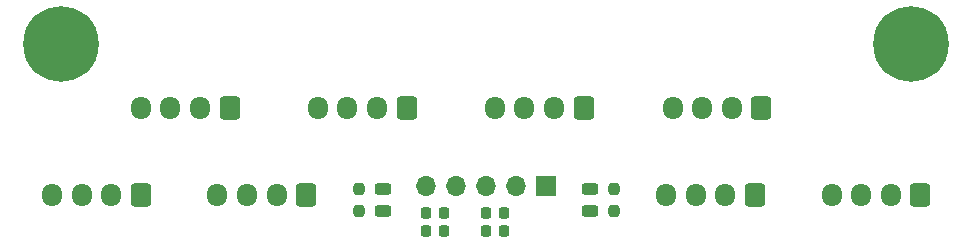
<source format=gbr>
%TF.GenerationSoftware,KiCad,Pcbnew,8.0.2*%
%TF.CreationDate,2024-05-30T14:14:33+02:00*%
%TF.ProjectId,Sensors_expansion_board,53656e73-6f72-4735-9f65-7870616e7369,1.0*%
%TF.SameCoordinates,Original*%
%TF.FileFunction,Soldermask,Top*%
%TF.FilePolarity,Negative*%
%FSLAX46Y46*%
G04 Gerber Fmt 4.6, Leading zero omitted, Abs format (unit mm)*
G04 Created by KiCad (PCBNEW 8.0.2) date 2024-05-30 14:14:33*
%MOMM*%
%LPD*%
G01*
G04 APERTURE LIST*
G04 Aperture macros list*
%AMRoundRect*
0 Rectangle with rounded corners*
0 $1 Rounding radius*
0 $2 $3 $4 $5 $6 $7 $8 $9 X,Y pos of 4 corners*
0 Add a 4 corners polygon primitive as box body*
4,1,4,$2,$3,$4,$5,$6,$7,$8,$9,$2,$3,0*
0 Add four circle primitives for the rounded corners*
1,1,$1+$1,$2,$3*
1,1,$1+$1,$4,$5*
1,1,$1+$1,$6,$7*
1,1,$1+$1,$8,$9*
0 Add four rect primitives between the rounded corners*
20,1,$1+$1,$2,$3,$4,$5,0*
20,1,$1+$1,$4,$5,$6,$7,0*
20,1,$1+$1,$6,$7,$8,$9,0*
20,1,$1+$1,$8,$9,$2,$3,0*%
G04 Aperture macros list end*
%ADD10RoundRect,0.250000X0.600000X0.725000X-0.600000X0.725000X-0.600000X-0.725000X0.600000X-0.725000X0*%
%ADD11O,1.700000X1.950000*%
%ADD12C,0.800000*%
%ADD13C,6.400000*%
%ADD14RoundRect,0.243750X0.456250X-0.243750X0.456250X0.243750X-0.456250X0.243750X-0.456250X-0.243750X0*%
%ADD15RoundRect,0.225000X-0.225000X-0.250000X0.225000X-0.250000X0.225000X0.250000X-0.225000X0.250000X0*%
%ADD16RoundRect,0.237500X-0.237500X0.250000X-0.237500X-0.250000X0.237500X-0.250000X0.237500X0.250000X0*%
%ADD17R,1.700000X1.700000*%
%ADD18O,1.700000X1.700000*%
G04 APERTURE END LIST*
D10*
%TO.C,J6*%
X203196800Y-93450000D03*
D11*
X200696800Y-93450000D03*
X198196800Y-93450000D03*
X195696800Y-93450000D03*
%TD*%
D10*
%TO.C,J7*%
X217700000Y-100833000D03*
D11*
X215200000Y-100833000D03*
X212700000Y-100833000D03*
X210200000Y-100833000D03*
%TD*%
D10*
%TO.C,J9*%
X231700000Y-100833000D03*
D11*
X229200000Y-100833000D03*
X226700000Y-100833000D03*
X224200000Y-100833000D03*
%TD*%
D10*
%TO.C,J8*%
X218233600Y-93450000D03*
D11*
X215733600Y-93450000D03*
X213233600Y-93450000D03*
X210733600Y-93450000D03*
%TD*%
D12*
%TO.C,H2*%
X228550000Y-87975000D03*
X229252944Y-86277944D03*
X229252944Y-89672056D03*
X230950000Y-85575000D03*
D13*
X230950000Y-87975000D03*
D12*
X230950000Y-90375000D03*
X232647056Y-86277944D03*
X232647056Y-89672056D03*
X233350000Y-87975000D03*
%TD*%
D14*
%TO.C,D2*%
X186246000Y-102120500D03*
X186246000Y-100245500D03*
%TD*%
D15*
%TO.C,C9*%
X194907000Y-102286000D03*
X196457000Y-102286000D03*
%TD*%
D10*
%TO.C,J1*%
X173224800Y-93461400D03*
D11*
X170724800Y-93461400D03*
X168224800Y-93461400D03*
X165724800Y-93461400D03*
%TD*%
D14*
%TO.C,D1*%
X203772000Y-102120500D03*
X203772000Y-100245500D03*
%TD*%
D15*
%TO.C,C10*%
X194907000Y-103810000D03*
X196457000Y-103810000D03*
%TD*%
D10*
%TO.C,J2*%
X165700000Y-100833000D03*
D11*
X163200000Y-100833000D03*
X160700000Y-100833000D03*
X158200000Y-100833000D03*
%TD*%
D16*
%TO.C,R2*%
X184214000Y-100290500D03*
X184214000Y-102115500D03*
%TD*%
D15*
%TO.C,C6*%
X189827000Y-102286000D03*
X191377000Y-102286000D03*
%TD*%
D10*
%TO.C,J4*%
X188210800Y-93450000D03*
D11*
X185710800Y-93450000D03*
X183210800Y-93450000D03*
X180710800Y-93450000D03*
%TD*%
D10*
%TO.C,J5*%
X179700000Y-100833000D03*
D11*
X177200000Y-100833000D03*
X174700000Y-100833000D03*
X172200000Y-100833000D03*
%TD*%
D12*
%TO.C,H1*%
X156550000Y-87975000D03*
X157252944Y-86277944D03*
X157252944Y-89672056D03*
X158950000Y-85575000D03*
D13*
X158950000Y-87975000D03*
D12*
X158950000Y-90375000D03*
X160647056Y-86277944D03*
X160647056Y-89672056D03*
X161350000Y-87975000D03*
%TD*%
D15*
%TO.C,C8*%
X189827000Y-103810000D03*
X191377000Y-103810000D03*
%TD*%
D16*
%TO.C,R1*%
X205804000Y-100290500D03*
X205804000Y-102115500D03*
%TD*%
D17*
%TO.C,J3*%
X200000000Y-100000000D03*
D18*
X197460000Y-100000000D03*
X194920000Y-100000000D03*
X192380000Y-100000000D03*
X189840000Y-100000000D03*
%TD*%
M02*

</source>
